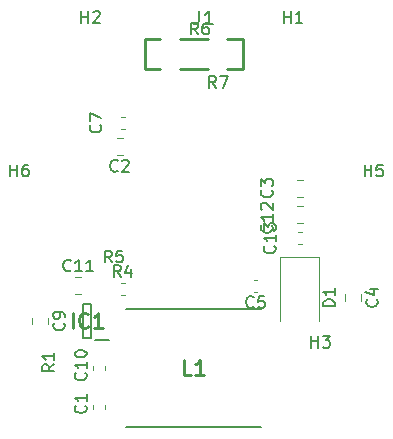
<source format=gbr>
%TF.GenerationSoftware,KiCad,Pcbnew,(5.1.10)-1*%
%TF.CreationDate,2021-11-08T08:46:09+01:00*%
%TF.ProjectId,Pump PCB,50756d70-2050-4434-922e-6b696361645f,rev?*%
%TF.SameCoordinates,Original*%
%TF.FileFunction,Legend,Top*%
%TF.FilePolarity,Positive*%
%FSLAX46Y46*%
G04 Gerber Fmt 4.6, Leading zero omitted, Abs format (unit mm)*
G04 Created by KiCad (PCBNEW (5.1.10)-1) date 2021-11-08 08:46:09*
%MOMM*%
%LPD*%
G01*
G04 APERTURE LIST*
%ADD10C,0.254000*%
%ADD11C,0.200000*%
%ADD12C,0.120000*%
%ADD13C,0.152000*%
%ADD14C,0.150000*%
G04 APERTURE END LIST*
D10*
%TO.C,J1*%
X131864000Y-43698000D02*
X133202000Y-43698000D01*
X127864000Y-43698000D02*
X130200000Y-43698000D01*
X124862000Y-43698000D02*
X126200000Y-43698000D01*
X131864000Y-41138000D02*
X133202000Y-41138000D01*
X127864000Y-41138000D02*
X130200000Y-41138000D01*
X124862000Y-41138000D02*
X126200000Y-41138000D01*
X124862000Y-43698000D02*
X124862000Y-41138000D01*
X133202000Y-41138000D02*
X133202000Y-43698000D01*
D11*
%TO.C,L1*%
X123250000Y-74000000D02*
X134750000Y-74000000D01*
X134750000Y-64000000D02*
X123250000Y-64000000D01*
%TO.C,IC1*%
X121825000Y-66600000D02*
X120675000Y-66600000D01*
X120325000Y-63550000D02*
X120325000Y-66450000D01*
X119675000Y-63550000D02*
X120325000Y-63550000D01*
X119675000Y-66450000D02*
X119675000Y-63550000D01*
X120325000Y-66450000D02*
X119675000Y-66450000D01*
D12*
%TO.C,R4*%
X122837221Y-61740000D02*
X123162779Y-61740000D01*
X122837221Y-62760000D02*
X123162779Y-62760000D01*
%TO.C,D1*%
X139650000Y-59600000D02*
X136350000Y-59600000D01*
X136350000Y-59600000D02*
X136350000Y-65000000D01*
X139650000Y-59600000D02*
X139650000Y-65000000D01*
%TO.C,C13*%
X137837221Y-57490000D02*
X138162779Y-57490000D01*
X137837221Y-58510000D02*
X138162779Y-58510000D01*
%TO.C,C12*%
X137738748Y-55290000D02*
X138261252Y-55290000D01*
X137738748Y-56710000D02*
X138261252Y-56710000D01*
%TO.C,C11*%
X118988748Y-61290000D02*
X119511252Y-61290000D01*
X118988748Y-62710000D02*
X119511252Y-62710000D01*
%TO.C,C10*%
X121510000Y-68837221D02*
X121510000Y-69162779D01*
X120490000Y-68837221D02*
X120490000Y-69162779D01*
%TO.C,C9*%
X116710000Y-64738748D02*
X116710000Y-65261252D01*
X115290000Y-64738748D02*
X115290000Y-65261252D01*
%TO.C,C7*%
X123162779Y-48760000D02*
X122837221Y-48760000D01*
X123162779Y-47740000D02*
X122837221Y-47740000D01*
%TO.C,C5*%
X134412779Y-62510000D02*
X134087221Y-62510000D01*
X134412779Y-61490000D02*
X134087221Y-61490000D01*
%TO.C,C4*%
X143210000Y-62738748D02*
X143210000Y-63261252D01*
X141790000Y-62738748D02*
X141790000Y-63261252D01*
%TO.C,C3*%
X137738748Y-53040000D02*
X138261252Y-53040000D01*
X137738748Y-54460000D02*
X138261252Y-54460000D01*
%TO.C,C2*%
X123011252Y-50960000D02*
X122488748Y-50960000D01*
X123011252Y-49540000D02*
X122488748Y-49540000D01*
%TO.C,C1*%
X120490000Y-72412779D02*
X120490000Y-72087221D01*
X121510000Y-72412779D02*
X121510000Y-72087221D01*
%TO.C,J1*%
D13*
X129475514Y-38744071D02*
X129475514Y-39560500D01*
X129421085Y-39723785D01*
X129312228Y-39832642D01*
X129148942Y-39887071D01*
X129040085Y-39887071D01*
X130618514Y-39887071D02*
X129965371Y-39887071D01*
X130291942Y-39887071D02*
X130291942Y-38744071D01*
X130183085Y-38907357D01*
X130074228Y-39016214D01*
X129965371Y-39070642D01*
%TO.C,L1*%
D10*
X128788333Y-69574523D02*
X128183571Y-69574523D01*
X128183571Y-68304523D01*
X129876904Y-69574523D02*
X129151190Y-69574523D01*
X129514047Y-69574523D02*
X129514047Y-68304523D01*
X129393095Y-68485952D01*
X129272142Y-68606904D01*
X129151190Y-68667380D01*
%TO.C,IC1*%
X118760238Y-65574523D02*
X118760238Y-64304523D01*
X120090714Y-65453571D02*
X120030238Y-65514047D01*
X119848809Y-65574523D01*
X119727857Y-65574523D01*
X119546428Y-65514047D01*
X119425476Y-65393095D01*
X119365000Y-65272142D01*
X119304523Y-65030238D01*
X119304523Y-64848809D01*
X119365000Y-64606904D01*
X119425476Y-64485952D01*
X119546428Y-64365000D01*
X119727857Y-64304523D01*
X119848809Y-64304523D01*
X120030238Y-64365000D01*
X120090714Y-64425476D01*
X121300238Y-65574523D02*
X120574523Y-65574523D01*
X120937380Y-65574523D02*
X120937380Y-64304523D01*
X120816428Y-64485952D01*
X120695476Y-64606904D01*
X120574523Y-64667380D01*
%TO.C,R7*%
D14*
X130897333Y-45256380D02*
X130564000Y-44780190D01*
X130325904Y-45256380D02*
X130325904Y-44256380D01*
X130706857Y-44256380D01*
X130802095Y-44304000D01*
X130849714Y-44351619D01*
X130897333Y-44446857D01*
X130897333Y-44589714D01*
X130849714Y-44684952D01*
X130802095Y-44732571D01*
X130706857Y-44780190D01*
X130325904Y-44780190D01*
X131230666Y-44256380D02*
X131897333Y-44256380D01*
X131468761Y-45256380D01*
%TO.C,R6*%
X129373333Y-40738380D02*
X129040000Y-40262190D01*
X128801904Y-40738380D02*
X128801904Y-39738380D01*
X129182857Y-39738380D01*
X129278095Y-39786000D01*
X129325714Y-39833619D01*
X129373333Y-39928857D01*
X129373333Y-40071714D01*
X129325714Y-40166952D01*
X129278095Y-40214571D01*
X129182857Y-40262190D01*
X128801904Y-40262190D01*
X130230476Y-39738380D02*
X130040000Y-39738380D01*
X129944761Y-39786000D01*
X129897142Y-39833619D01*
X129801904Y-39976476D01*
X129754285Y-40166952D01*
X129754285Y-40547904D01*
X129801904Y-40643142D01*
X129849523Y-40690761D01*
X129944761Y-40738380D01*
X130135238Y-40738380D01*
X130230476Y-40690761D01*
X130278095Y-40643142D01*
X130325714Y-40547904D01*
X130325714Y-40309809D01*
X130278095Y-40214571D01*
X130230476Y-40166952D01*
X130135238Y-40119333D01*
X129944761Y-40119333D01*
X129849523Y-40166952D01*
X129801904Y-40214571D01*
X129754285Y-40309809D01*
%TO.C,H6*%
X113488095Y-52752380D02*
X113488095Y-51752380D01*
X113488095Y-52228571D02*
X114059523Y-52228571D01*
X114059523Y-52752380D02*
X114059523Y-51752380D01*
X114964285Y-51752380D02*
X114773809Y-51752380D01*
X114678571Y-51800000D01*
X114630952Y-51847619D01*
X114535714Y-51990476D01*
X114488095Y-52180952D01*
X114488095Y-52561904D01*
X114535714Y-52657142D01*
X114583333Y-52704761D01*
X114678571Y-52752380D01*
X114869047Y-52752380D01*
X114964285Y-52704761D01*
X115011904Y-52657142D01*
X115059523Y-52561904D01*
X115059523Y-52323809D01*
X115011904Y-52228571D01*
X114964285Y-52180952D01*
X114869047Y-52133333D01*
X114678571Y-52133333D01*
X114583333Y-52180952D01*
X114535714Y-52228571D01*
X114488095Y-52323809D01*
%TO.C,H5*%
X143488095Y-52752380D02*
X143488095Y-51752380D01*
X143488095Y-52228571D02*
X144059523Y-52228571D01*
X144059523Y-52752380D02*
X144059523Y-51752380D01*
X145011904Y-51752380D02*
X144535714Y-51752380D01*
X144488095Y-52228571D01*
X144535714Y-52180952D01*
X144630952Y-52133333D01*
X144869047Y-52133333D01*
X144964285Y-52180952D01*
X145011904Y-52228571D01*
X145059523Y-52323809D01*
X145059523Y-52561904D01*
X145011904Y-52657142D01*
X144964285Y-52704761D01*
X144869047Y-52752380D01*
X144630952Y-52752380D01*
X144535714Y-52704761D01*
X144488095Y-52657142D01*
%TO.C,R5*%
X122083333Y-60032380D02*
X121750000Y-59556190D01*
X121511904Y-60032380D02*
X121511904Y-59032380D01*
X121892857Y-59032380D01*
X121988095Y-59080000D01*
X122035714Y-59127619D01*
X122083333Y-59222857D01*
X122083333Y-59365714D01*
X122035714Y-59460952D01*
X121988095Y-59508571D01*
X121892857Y-59556190D01*
X121511904Y-59556190D01*
X122988095Y-59032380D02*
X122511904Y-59032380D01*
X122464285Y-59508571D01*
X122511904Y-59460952D01*
X122607142Y-59413333D01*
X122845238Y-59413333D01*
X122940476Y-59460952D01*
X122988095Y-59508571D01*
X123035714Y-59603809D01*
X123035714Y-59841904D01*
X122988095Y-59937142D01*
X122940476Y-59984761D01*
X122845238Y-60032380D01*
X122607142Y-60032380D01*
X122511904Y-59984761D01*
X122464285Y-59937142D01*
%TO.C,R4*%
X122833333Y-61272380D02*
X122500000Y-60796190D01*
X122261904Y-61272380D02*
X122261904Y-60272380D01*
X122642857Y-60272380D01*
X122738095Y-60320000D01*
X122785714Y-60367619D01*
X122833333Y-60462857D01*
X122833333Y-60605714D01*
X122785714Y-60700952D01*
X122738095Y-60748571D01*
X122642857Y-60796190D01*
X122261904Y-60796190D01*
X123690476Y-60605714D02*
X123690476Y-61272380D01*
X123452380Y-60224761D02*
X123214285Y-60939047D01*
X123833333Y-60939047D01*
%TO.C,R1*%
X117202380Y-68666666D02*
X116726190Y-69000000D01*
X117202380Y-69238095D02*
X116202380Y-69238095D01*
X116202380Y-68857142D01*
X116250000Y-68761904D01*
X116297619Y-68714285D01*
X116392857Y-68666666D01*
X116535714Y-68666666D01*
X116630952Y-68714285D01*
X116678571Y-68761904D01*
X116726190Y-68857142D01*
X116726190Y-69238095D01*
X117202380Y-67714285D02*
X117202380Y-68285714D01*
X117202380Y-68000000D02*
X116202380Y-68000000D01*
X116345238Y-68095238D01*
X116440476Y-68190476D01*
X116488095Y-68285714D01*
%TO.C,H3*%
X138988095Y-67252380D02*
X138988095Y-66252380D01*
X138988095Y-66728571D02*
X139559523Y-66728571D01*
X139559523Y-67252380D02*
X139559523Y-66252380D01*
X139940476Y-66252380D02*
X140559523Y-66252380D01*
X140226190Y-66633333D01*
X140369047Y-66633333D01*
X140464285Y-66680952D01*
X140511904Y-66728571D01*
X140559523Y-66823809D01*
X140559523Y-67061904D01*
X140511904Y-67157142D01*
X140464285Y-67204761D01*
X140369047Y-67252380D01*
X140083333Y-67252380D01*
X139988095Y-67204761D01*
X139940476Y-67157142D01*
%TO.C,H2*%
X119507095Y-39752380D02*
X119507095Y-38752380D01*
X119507095Y-39228571D02*
X120078523Y-39228571D01*
X120078523Y-39752380D02*
X120078523Y-38752380D01*
X120507095Y-38847619D02*
X120554714Y-38800000D01*
X120649952Y-38752380D01*
X120888047Y-38752380D01*
X120983285Y-38800000D01*
X121030904Y-38847619D01*
X121078523Y-38942857D01*
X121078523Y-39038095D01*
X121030904Y-39180952D01*
X120459476Y-39752380D01*
X121078523Y-39752380D01*
%TO.C,H1*%
X136652095Y-39752380D02*
X136652095Y-38752380D01*
X136652095Y-39228571D02*
X137223523Y-39228571D01*
X137223523Y-39752380D02*
X137223523Y-38752380D01*
X138223523Y-39752380D02*
X137652095Y-39752380D01*
X137937809Y-39752380D02*
X137937809Y-38752380D01*
X137842571Y-38895238D01*
X137747333Y-38990476D01*
X137652095Y-39038095D01*
%TO.C,D1*%
X140952380Y-63738095D02*
X139952380Y-63738095D01*
X139952380Y-63500000D01*
X140000000Y-63357142D01*
X140095238Y-63261904D01*
X140190476Y-63214285D01*
X140380952Y-63166666D01*
X140523809Y-63166666D01*
X140714285Y-63214285D01*
X140809523Y-63261904D01*
X140904761Y-63357142D01*
X140952380Y-63500000D01*
X140952380Y-63738095D01*
X140952380Y-62214285D02*
X140952380Y-62785714D01*
X140952380Y-62500000D02*
X139952380Y-62500000D01*
X140095238Y-62595238D01*
X140190476Y-62690476D01*
X140238095Y-62785714D01*
%TO.C,C13*%
X135857142Y-58642857D02*
X135904761Y-58690476D01*
X135952380Y-58833333D01*
X135952380Y-58928571D01*
X135904761Y-59071428D01*
X135809523Y-59166666D01*
X135714285Y-59214285D01*
X135523809Y-59261904D01*
X135380952Y-59261904D01*
X135190476Y-59214285D01*
X135095238Y-59166666D01*
X135000000Y-59071428D01*
X134952380Y-58928571D01*
X134952380Y-58833333D01*
X135000000Y-58690476D01*
X135047619Y-58642857D01*
X135952380Y-57690476D02*
X135952380Y-58261904D01*
X135952380Y-57976190D02*
X134952380Y-57976190D01*
X135095238Y-58071428D01*
X135190476Y-58166666D01*
X135238095Y-58261904D01*
X134952380Y-57357142D02*
X134952380Y-56738095D01*
X135333333Y-57071428D01*
X135333333Y-56928571D01*
X135380952Y-56833333D01*
X135428571Y-56785714D01*
X135523809Y-56738095D01*
X135761904Y-56738095D01*
X135857142Y-56785714D01*
X135904761Y-56833333D01*
X135952380Y-56928571D01*
X135952380Y-57214285D01*
X135904761Y-57309523D01*
X135857142Y-57357142D01*
%TO.C,C12*%
X135607142Y-56892857D02*
X135654761Y-56940476D01*
X135702380Y-57083333D01*
X135702380Y-57178571D01*
X135654761Y-57321428D01*
X135559523Y-57416666D01*
X135464285Y-57464285D01*
X135273809Y-57511904D01*
X135130952Y-57511904D01*
X134940476Y-57464285D01*
X134845238Y-57416666D01*
X134750000Y-57321428D01*
X134702380Y-57178571D01*
X134702380Y-57083333D01*
X134750000Y-56940476D01*
X134797619Y-56892857D01*
X135702380Y-55940476D02*
X135702380Y-56511904D01*
X135702380Y-56226190D02*
X134702380Y-56226190D01*
X134845238Y-56321428D01*
X134940476Y-56416666D01*
X134988095Y-56511904D01*
X134797619Y-55559523D02*
X134750000Y-55511904D01*
X134702380Y-55416666D01*
X134702380Y-55178571D01*
X134750000Y-55083333D01*
X134797619Y-55035714D01*
X134892857Y-54988095D01*
X134988095Y-54988095D01*
X135130952Y-55035714D01*
X135702380Y-55607142D01*
X135702380Y-54988095D01*
%TO.C,C11*%
X118607142Y-60707142D02*
X118559523Y-60754761D01*
X118416666Y-60802380D01*
X118321428Y-60802380D01*
X118178571Y-60754761D01*
X118083333Y-60659523D01*
X118035714Y-60564285D01*
X117988095Y-60373809D01*
X117988095Y-60230952D01*
X118035714Y-60040476D01*
X118083333Y-59945238D01*
X118178571Y-59850000D01*
X118321428Y-59802380D01*
X118416666Y-59802380D01*
X118559523Y-59850000D01*
X118607142Y-59897619D01*
X119559523Y-60802380D02*
X118988095Y-60802380D01*
X119273809Y-60802380D02*
X119273809Y-59802380D01*
X119178571Y-59945238D01*
X119083333Y-60040476D01*
X118988095Y-60088095D01*
X120511904Y-60802380D02*
X119940476Y-60802380D01*
X120226190Y-60802380D02*
X120226190Y-59802380D01*
X120130952Y-59945238D01*
X120035714Y-60040476D01*
X119940476Y-60088095D01*
%TO.C,C10*%
X119857142Y-69392857D02*
X119904761Y-69440476D01*
X119952380Y-69583333D01*
X119952380Y-69678571D01*
X119904761Y-69821428D01*
X119809523Y-69916666D01*
X119714285Y-69964285D01*
X119523809Y-70011904D01*
X119380952Y-70011904D01*
X119190476Y-69964285D01*
X119095238Y-69916666D01*
X119000000Y-69821428D01*
X118952380Y-69678571D01*
X118952380Y-69583333D01*
X119000000Y-69440476D01*
X119047619Y-69392857D01*
X119952380Y-68440476D02*
X119952380Y-69011904D01*
X119952380Y-68726190D02*
X118952380Y-68726190D01*
X119095238Y-68821428D01*
X119190476Y-68916666D01*
X119238095Y-69011904D01*
X118952380Y-67821428D02*
X118952380Y-67726190D01*
X119000000Y-67630952D01*
X119047619Y-67583333D01*
X119142857Y-67535714D01*
X119333333Y-67488095D01*
X119571428Y-67488095D01*
X119761904Y-67535714D01*
X119857142Y-67583333D01*
X119904761Y-67630952D01*
X119952380Y-67726190D01*
X119952380Y-67821428D01*
X119904761Y-67916666D01*
X119857142Y-67964285D01*
X119761904Y-68011904D01*
X119571428Y-68059523D01*
X119333333Y-68059523D01*
X119142857Y-68011904D01*
X119047619Y-67964285D01*
X119000000Y-67916666D01*
X118952380Y-67821428D01*
%TO.C,C9*%
X118007142Y-65166666D02*
X118054761Y-65214285D01*
X118102380Y-65357142D01*
X118102380Y-65452380D01*
X118054761Y-65595238D01*
X117959523Y-65690476D01*
X117864285Y-65738095D01*
X117673809Y-65785714D01*
X117530952Y-65785714D01*
X117340476Y-65738095D01*
X117245238Y-65690476D01*
X117150000Y-65595238D01*
X117102380Y-65452380D01*
X117102380Y-65357142D01*
X117150000Y-65214285D01*
X117197619Y-65166666D01*
X118102380Y-64690476D02*
X118102380Y-64500000D01*
X118054761Y-64404761D01*
X118007142Y-64357142D01*
X117864285Y-64261904D01*
X117673809Y-64214285D01*
X117292857Y-64214285D01*
X117197619Y-64261904D01*
X117150000Y-64309523D01*
X117102380Y-64404761D01*
X117102380Y-64595238D01*
X117150000Y-64690476D01*
X117197619Y-64738095D01*
X117292857Y-64785714D01*
X117530952Y-64785714D01*
X117626190Y-64738095D01*
X117673809Y-64690476D01*
X117721428Y-64595238D01*
X117721428Y-64404761D01*
X117673809Y-64309523D01*
X117626190Y-64261904D01*
X117530952Y-64214285D01*
%TO.C,C7*%
X121107142Y-48416666D02*
X121154761Y-48464285D01*
X121202380Y-48607142D01*
X121202380Y-48702380D01*
X121154761Y-48845238D01*
X121059523Y-48940476D01*
X120964285Y-48988095D01*
X120773809Y-49035714D01*
X120630952Y-49035714D01*
X120440476Y-48988095D01*
X120345238Y-48940476D01*
X120250000Y-48845238D01*
X120202380Y-48702380D01*
X120202380Y-48607142D01*
X120250000Y-48464285D01*
X120297619Y-48416666D01*
X120202380Y-48083333D02*
X120202380Y-47416666D01*
X121202380Y-47845238D01*
%TO.C,C5*%
X134083333Y-63787142D02*
X134035714Y-63834761D01*
X133892857Y-63882380D01*
X133797619Y-63882380D01*
X133654761Y-63834761D01*
X133559523Y-63739523D01*
X133511904Y-63644285D01*
X133464285Y-63453809D01*
X133464285Y-63310952D01*
X133511904Y-63120476D01*
X133559523Y-63025238D01*
X133654761Y-62930000D01*
X133797619Y-62882380D01*
X133892857Y-62882380D01*
X134035714Y-62930000D01*
X134083333Y-62977619D01*
X134988095Y-62882380D02*
X134511904Y-62882380D01*
X134464285Y-63358571D01*
X134511904Y-63310952D01*
X134607142Y-63263333D01*
X134845238Y-63263333D01*
X134940476Y-63310952D01*
X134988095Y-63358571D01*
X135035714Y-63453809D01*
X135035714Y-63691904D01*
X134988095Y-63787142D01*
X134940476Y-63834761D01*
X134845238Y-63882380D01*
X134607142Y-63882380D01*
X134511904Y-63834761D01*
X134464285Y-63787142D01*
%TO.C,C4*%
X144507142Y-63166666D02*
X144554761Y-63214285D01*
X144602380Y-63357142D01*
X144602380Y-63452380D01*
X144554761Y-63595238D01*
X144459523Y-63690476D01*
X144364285Y-63738095D01*
X144173809Y-63785714D01*
X144030952Y-63785714D01*
X143840476Y-63738095D01*
X143745238Y-63690476D01*
X143650000Y-63595238D01*
X143602380Y-63452380D01*
X143602380Y-63357142D01*
X143650000Y-63214285D01*
X143697619Y-63166666D01*
X143935714Y-62309523D02*
X144602380Y-62309523D01*
X143554761Y-62547619D02*
X144269047Y-62785714D01*
X144269047Y-62166666D01*
%TO.C,C3*%
X135607142Y-53916666D02*
X135654761Y-53964285D01*
X135702380Y-54107142D01*
X135702380Y-54202380D01*
X135654761Y-54345238D01*
X135559523Y-54440476D01*
X135464285Y-54488095D01*
X135273809Y-54535714D01*
X135130952Y-54535714D01*
X134940476Y-54488095D01*
X134845238Y-54440476D01*
X134750000Y-54345238D01*
X134702380Y-54202380D01*
X134702380Y-54107142D01*
X134750000Y-53964285D01*
X134797619Y-53916666D01*
X134702380Y-53583333D02*
X134702380Y-52964285D01*
X135083333Y-53297619D01*
X135083333Y-53154761D01*
X135130952Y-53059523D01*
X135178571Y-53011904D01*
X135273809Y-52964285D01*
X135511904Y-52964285D01*
X135607142Y-53011904D01*
X135654761Y-53059523D01*
X135702380Y-53154761D01*
X135702380Y-53440476D01*
X135654761Y-53535714D01*
X135607142Y-53583333D01*
%TO.C,C2*%
X122583333Y-52257142D02*
X122535714Y-52304761D01*
X122392857Y-52352380D01*
X122297619Y-52352380D01*
X122154761Y-52304761D01*
X122059523Y-52209523D01*
X122011904Y-52114285D01*
X121964285Y-51923809D01*
X121964285Y-51780952D01*
X122011904Y-51590476D01*
X122059523Y-51495238D01*
X122154761Y-51400000D01*
X122297619Y-51352380D01*
X122392857Y-51352380D01*
X122535714Y-51400000D01*
X122583333Y-51447619D01*
X122964285Y-51447619D02*
X123011904Y-51400000D01*
X123107142Y-51352380D01*
X123345238Y-51352380D01*
X123440476Y-51400000D01*
X123488095Y-51447619D01*
X123535714Y-51542857D01*
X123535714Y-51638095D01*
X123488095Y-51780952D01*
X122916666Y-52352380D01*
X123535714Y-52352380D01*
%TO.C,C1*%
X119857142Y-72166666D02*
X119904761Y-72214285D01*
X119952380Y-72357142D01*
X119952380Y-72452380D01*
X119904761Y-72595238D01*
X119809523Y-72690476D01*
X119714285Y-72738095D01*
X119523809Y-72785714D01*
X119380952Y-72785714D01*
X119190476Y-72738095D01*
X119095238Y-72690476D01*
X119000000Y-72595238D01*
X118952380Y-72452380D01*
X118952380Y-72357142D01*
X119000000Y-72214285D01*
X119047619Y-72166666D01*
X119952380Y-71214285D02*
X119952380Y-71785714D01*
X119952380Y-71500000D02*
X118952380Y-71500000D01*
X119095238Y-71595238D01*
X119190476Y-71690476D01*
X119238095Y-71785714D01*
%TD*%
M02*

</source>
